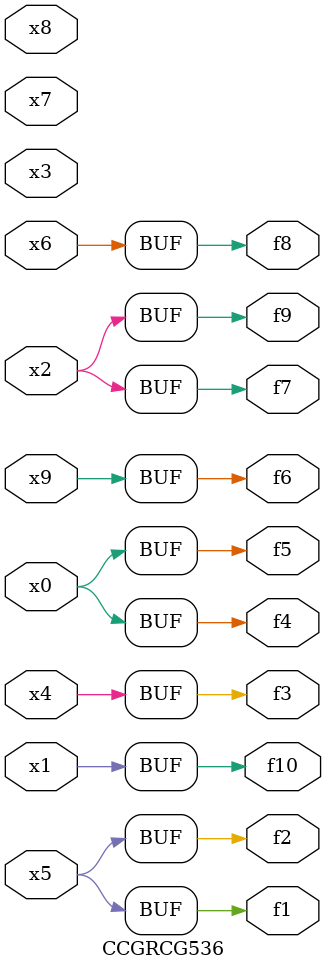
<source format=v>
module CCGRCG536(
	input x0, x1, x2, x3, x4, x5, x6, x7, x8, x9,
	output f1, f2, f3, f4, f5, f6, f7, f8, f9, f10
);
	assign f1 = x5;
	assign f2 = x5;
	assign f3 = x4;
	assign f4 = x0;
	assign f5 = x0;
	assign f6 = x9;
	assign f7 = x2;
	assign f8 = x6;
	assign f9 = x2;
	assign f10 = x1;
endmodule

</source>
